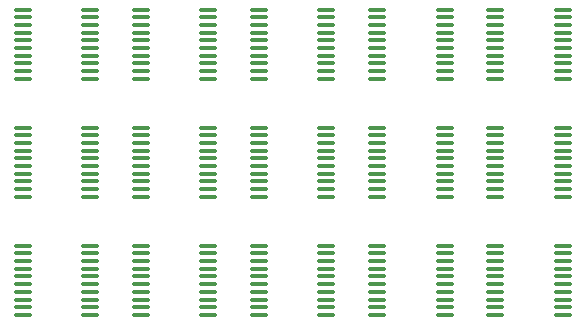
<source format=gbr>
%TF.GenerationSoftware,KiCad,Pcbnew,6.0.9*%
%TF.CreationDate,2023-01-31T22:29:56+01:00*%
%TF.ProjectId,hc245t-bypass-esd-panel,68633234-3574-42d6-9279-706173732d65,${revision}*%
%TF.SameCoordinates,Original*%
%TF.FileFunction,Soldermask,Bot*%
%TF.FilePolarity,Negative*%
%FSLAX46Y46*%
G04 Gerber Fmt 4.6, Leading zero omitted, Abs format (unit mm)*
G04 Created by KiCad (PCBNEW 6.0.9) date 2023-01-31 22:29:56*
%MOMM*%
%LPD*%
G01*
G04 APERTURE LIST*
G04 Aperture macros list*
%AMRoundRect*
0 Rectangle with rounded corners*
0 $1 Rounding radius*
0 $2 $3 $4 $5 $6 $7 $8 $9 X,Y pos of 4 corners*
0 Add a 4 corners polygon primitive as box body*
4,1,4,$2,$3,$4,$5,$6,$7,$8,$9,$2,$3,0*
0 Add four circle primitives for the rounded corners*
1,1,$1+$1,$2,$3*
1,1,$1+$1,$4,$5*
1,1,$1+$1,$6,$7*
1,1,$1+$1,$8,$9*
0 Add four rect primitives between the rounded corners*
20,1,$1+$1,$2,$3,$4,$5,0*
20,1,$1+$1,$4,$5,$6,$7,0*
20,1,$1+$1,$6,$7,$8,$9,0*
20,1,$1+$1,$8,$9,$2,$3,0*%
G04 Aperture macros list end*
%ADD10RoundRect,0.100000X-0.637500X-0.100000X0.637500X-0.100000X0.637500X0.100000X-0.637500X0.100000X0*%
G04 APERTURE END LIST*
D10*
%TO.C,U1*%
X102137500Y-82075000D03*
X102137500Y-82725000D03*
X102137500Y-83375000D03*
X102137500Y-84025000D03*
X102137500Y-84675000D03*
X102137500Y-85325000D03*
X102137500Y-85975000D03*
X102137500Y-86625000D03*
X102137500Y-87275000D03*
X102137500Y-87925000D03*
X107862500Y-87925000D03*
X107862500Y-87275000D03*
X107862500Y-86625000D03*
X107862500Y-85975000D03*
X107862500Y-85325000D03*
X107862500Y-84675000D03*
X107862500Y-84025000D03*
X107862500Y-83375000D03*
X107862500Y-82725000D03*
X107862500Y-82075000D03*
%TD*%
%TO.C,U1*%
X102137500Y-102075000D03*
X102137500Y-102725000D03*
X102137500Y-103375000D03*
X102137500Y-104025000D03*
X102137500Y-104675000D03*
X102137500Y-105325000D03*
X102137500Y-105975000D03*
X102137500Y-106625000D03*
X102137500Y-107275000D03*
X102137500Y-107925000D03*
X107862500Y-107925000D03*
X107862500Y-107275000D03*
X107862500Y-106625000D03*
X107862500Y-105975000D03*
X107862500Y-105325000D03*
X107862500Y-104675000D03*
X107862500Y-104025000D03*
X107862500Y-103375000D03*
X107862500Y-102725000D03*
X107862500Y-102075000D03*
%TD*%
%TO.C,U1*%
X122137500Y-82075000D03*
X122137500Y-82725000D03*
X122137500Y-83375000D03*
X122137500Y-84025000D03*
X122137500Y-84675000D03*
X122137500Y-85325000D03*
X122137500Y-85975000D03*
X122137500Y-86625000D03*
X122137500Y-87275000D03*
X122137500Y-87925000D03*
X127862500Y-87925000D03*
X127862500Y-87275000D03*
X127862500Y-86625000D03*
X127862500Y-85975000D03*
X127862500Y-85325000D03*
X127862500Y-84675000D03*
X127862500Y-84025000D03*
X127862500Y-83375000D03*
X127862500Y-82725000D03*
X127862500Y-82075000D03*
%TD*%
%TO.C,U1*%
X92137500Y-82075000D03*
X92137500Y-82725000D03*
X92137500Y-83375000D03*
X92137500Y-84025000D03*
X92137500Y-84675000D03*
X92137500Y-85325000D03*
X92137500Y-85975000D03*
X92137500Y-86625000D03*
X92137500Y-87275000D03*
X92137500Y-87925000D03*
X97862500Y-87925000D03*
X97862500Y-87275000D03*
X97862500Y-86625000D03*
X97862500Y-85975000D03*
X97862500Y-85325000D03*
X97862500Y-84675000D03*
X97862500Y-84025000D03*
X97862500Y-83375000D03*
X97862500Y-82725000D03*
X97862500Y-82075000D03*
%TD*%
%TO.C,U1*%
X112137500Y-82075000D03*
X112137500Y-82725000D03*
X112137500Y-83375000D03*
X112137500Y-84025000D03*
X112137500Y-84675000D03*
X112137500Y-85325000D03*
X112137500Y-85975000D03*
X112137500Y-86625000D03*
X112137500Y-87275000D03*
X112137500Y-87925000D03*
X117862500Y-87925000D03*
X117862500Y-87275000D03*
X117862500Y-86625000D03*
X117862500Y-85975000D03*
X117862500Y-85325000D03*
X117862500Y-84675000D03*
X117862500Y-84025000D03*
X117862500Y-83375000D03*
X117862500Y-82725000D03*
X117862500Y-82075000D03*
%TD*%
%TO.C,U1*%
X92137500Y-92075000D03*
X92137500Y-92725000D03*
X92137500Y-93375000D03*
X92137500Y-94025000D03*
X92137500Y-94675000D03*
X92137500Y-95325000D03*
X92137500Y-95975000D03*
X92137500Y-96625000D03*
X92137500Y-97275000D03*
X92137500Y-97925000D03*
X97862500Y-97925000D03*
X97862500Y-97275000D03*
X97862500Y-96625000D03*
X97862500Y-95975000D03*
X97862500Y-95325000D03*
X97862500Y-94675000D03*
X97862500Y-94025000D03*
X97862500Y-93375000D03*
X97862500Y-92725000D03*
X97862500Y-92075000D03*
%TD*%
%TO.C,U1*%
X112137500Y-102075000D03*
X112137500Y-102725000D03*
X112137500Y-103375000D03*
X112137500Y-104025000D03*
X112137500Y-104675000D03*
X112137500Y-105325000D03*
X112137500Y-105975000D03*
X112137500Y-106625000D03*
X112137500Y-107275000D03*
X112137500Y-107925000D03*
X117862500Y-107925000D03*
X117862500Y-107275000D03*
X117862500Y-106625000D03*
X117862500Y-105975000D03*
X117862500Y-105325000D03*
X117862500Y-104675000D03*
X117862500Y-104025000D03*
X117862500Y-103375000D03*
X117862500Y-102725000D03*
X117862500Y-102075000D03*
%TD*%
%TO.C,U1*%
X132137500Y-92075000D03*
X132137500Y-92725000D03*
X132137500Y-93375000D03*
X132137500Y-94025000D03*
X132137500Y-94675000D03*
X132137500Y-95325000D03*
X132137500Y-95975000D03*
X132137500Y-96625000D03*
X132137500Y-97275000D03*
X132137500Y-97925000D03*
X137862500Y-97925000D03*
X137862500Y-97275000D03*
X137862500Y-96625000D03*
X137862500Y-95975000D03*
X137862500Y-95325000D03*
X137862500Y-94675000D03*
X137862500Y-94025000D03*
X137862500Y-93375000D03*
X137862500Y-92725000D03*
X137862500Y-92075000D03*
%TD*%
%TO.C,U1*%
X132137500Y-102075000D03*
X132137500Y-102725000D03*
X132137500Y-103375000D03*
X132137500Y-104025000D03*
X132137500Y-104675000D03*
X132137500Y-105325000D03*
X132137500Y-105975000D03*
X132137500Y-106625000D03*
X132137500Y-107275000D03*
X132137500Y-107925000D03*
X137862500Y-107925000D03*
X137862500Y-107275000D03*
X137862500Y-106625000D03*
X137862500Y-105975000D03*
X137862500Y-105325000D03*
X137862500Y-104675000D03*
X137862500Y-104025000D03*
X137862500Y-103375000D03*
X137862500Y-102725000D03*
X137862500Y-102075000D03*
%TD*%
%TO.C,U1*%
X122137500Y-102075000D03*
X122137500Y-102725000D03*
X122137500Y-103375000D03*
X122137500Y-104025000D03*
X122137500Y-104675000D03*
X122137500Y-105325000D03*
X122137500Y-105975000D03*
X122137500Y-106625000D03*
X122137500Y-107275000D03*
X122137500Y-107925000D03*
X127862500Y-107925000D03*
X127862500Y-107275000D03*
X127862500Y-106625000D03*
X127862500Y-105975000D03*
X127862500Y-105325000D03*
X127862500Y-104675000D03*
X127862500Y-104025000D03*
X127862500Y-103375000D03*
X127862500Y-102725000D03*
X127862500Y-102075000D03*
%TD*%
%TO.C,U1*%
X122137500Y-92075000D03*
X122137500Y-92725000D03*
X122137500Y-93375000D03*
X122137500Y-94025000D03*
X122137500Y-94675000D03*
X122137500Y-95325000D03*
X122137500Y-95975000D03*
X122137500Y-96625000D03*
X122137500Y-97275000D03*
X122137500Y-97925000D03*
X127862500Y-97925000D03*
X127862500Y-97275000D03*
X127862500Y-96625000D03*
X127862500Y-95975000D03*
X127862500Y-95325000D03*
X127862500Y-94675000D03*
X127862500Y-94025000D03*
X127862500Y-93375000D03*
X127862500Y-92725000D03*
X127862500Y-92075000D03*
%TD*%
%TO.C,U1*%
X92137500Y-102075000D03*
X92137500Y-102725000D03*
X92137500Y-103375000D03*
X92137500Y-104025000D03*
X92137500Y-104675000D03*
X92137500Y-105325000D03*
X92137500Y-105975000D03*
X92137500Y-106625000D03*
X92137500Y-107275000D03*
X92137500Y-107925000D03*
X97862500Y-107925000D03*
X97862500Y-107275000D03*
X97862500Y-106625000D03*
X97862500Y-105975000D03*
X97862500Y-105325000D03*
X97862500Y-104675000D03*
X97862500Y-104025000D03*
X97862500Y-103375000D03*
X97862500Y-102725000D03*
X97862500Y-102075000D03*
%TD*%
%TO.C,U1*%
X102137500Y-92075000D03*
X102137500Y-92725000D03*
X102137500Y-93375000D03*
X102137500Y-94025000D03*
X102137500Y-94675000D03*
X102137500Y-95325000D03*
X102137500Y-95975000D03*
X102137500Y-96625000D03*
X102137500Y-97275000D03*
X102137500Y-97925000D03*
X107862500Y-97925000D03*
X107862500Y-97275000D03*
X107862500Y-96625000D03*
X107862500Y-95975000D03*
X107862500Y-95325000D03*
X107862500Y-94675000D03*
X107862500Y-94025000D03*
X107862500Y-93375000D03*
X107862500Y-92725000D03*
X107862500Y-92075000D03*
%TD*%
%TO.C,U1*%
X112137500Y-92075000D03*
X112137500Y-92725000D03*
X112137500Y-93375000D03*
X112137500Y-94025000D03*
X112137500Y-94675000D03*
X112137500Y-95325000D03*
X112137500Y-95975000D03*
X112137500Y-96625000D03*
X112137500Y-97275000D03*
X112137500Y-97925000D03*
X117862500Y-97925000D03*
X117862500Y-97275000D03*
X117862500Y-96625000D03*
X117862500Y-95975000D03*
X117862500Y-95325000D03*
X117862500Y-94675000D03*
X117862500Y-94025000D03*
X117862500Y-93375000D03*
X117862500Y-92725000D03*
X117862500Y-92075000D03*
%TD*%
%TO.C,U1*%
X132137500Y-82075000D03*
X132137500Y-82725000D03*
X132137500Y-83375000D03*
X132137500Y-84025000D03*
X132137500Y-84675000D03*
X132137500Y-85325000D03*
X132137500Y-85975000D03*
X132137500Y-86625000D03*
X132137500Y-87275000D03*
X132137500Y-87925000D03*
X137862500Y-87925000D03*
X137862500Y-87275000D03*
X137862500Y-86625000D03*
X137862500Y-85975000D03*
X137862500Y-85325000D03*
X137862500Y-84675000D03*
X137862500Y-84025000D03*
X137862500Y-83375000D03*
X137862500Y-82725000D03*
X137862500Y-82075000D03*
%TD*%
M02*

</source>
